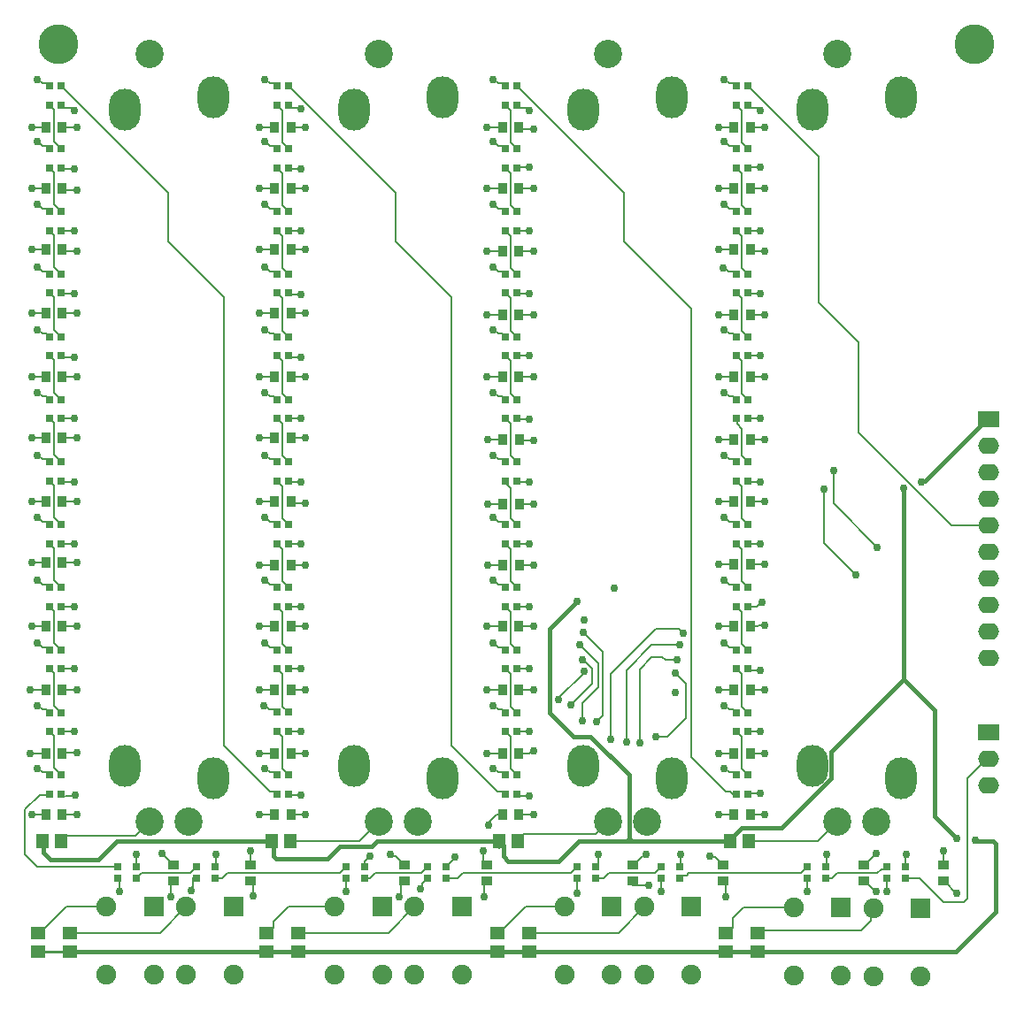
<source format=gtl>
G04*
G04 #@! TF.GenerationSoftware,Altium Limited,Altium Designer,24.7.2 (38)*
G04*
G04 Layer_Physical_Order=1*
G04 Layer_Color=255*
%FSLAX44Y44*%
%MOMM*%
G71*
G04*
G04 #@! TF.SameCoordinates,4798D7E4-1403-4A70-8607-6B62460FE5A0*
G04*
G04*
G04 #@! TF.FilePolarity,Positive*
G04*
G01*
G75*
%ADD11C,0.2540*%
%ADD14R,1.4700X1.1600*%
%ADD15R,1.1600X1.4700*%
%ADD16R,0.9800X0.9300*%
%ADD17R,0.9300X0.9800*%
%ADD18R,0.7000X0.7000*%
%ADD19R,0.7000X0.7000*%
%ADD34C,0.1524*%
%ADD35C,0.3810*%
%ADD36C,0.5080*%
%ADD37O,3.0000X4.0000*%
%ADD38C,2.7000*%
%ADD39C,1.9000*%
%ADD40R,1.9000X1.9000*%
%ADD41O,2.0000X1.6000*%
%ADD42R,2.0000X1.6000*%
%ADD43C,0.7620*%
%ADD44C,3.8100*%
D11*
X55880Y-913140D02*
X58420D01*
X25400D02*
X55880D01*
D14*
X25400Y-895340D02*
D03*
Y-913140D02*
D03*
X713740D02*
D03*
Y-895340D02*
D03*
X683260Y-913140D02*
D03*
Y-895340D02*
D03*
X274320Y-913140D02*
D03*
Y-895340D02*
D03*
X55880Y-913140D02*
D03*
Y-895340D02*
D03*
X464820Y-913140D02*
D03*
Y-895340D02*
D03*
X243840Y-913140D02*
D03*
Y-895340D02*
D03*
X495300Y-913140D02*
D03*
Y-895340D02*
D03*
D15*
X483880Y-807720D02*
D03*
X466080D02*
D03*
X266700D02*
D03*
X248900D02*
D03*
X704860D02*
D03*
X687060D02*
D03*
X47000D02*
D03*
X29200D02*
D03*
D16*
X154940Y-845900D02*
D03*
Y-830500D02*
D03*
X228600Y-845900D02*
D03*
Y-830500D02*
D03*
X375920Y-845900D02*
D03*
Y-830500D02*
D03*
X454660Y-845900D02*
D03*
Y-830500D02*
D03*
X594360Y-845900D02*
D03*
Y-830500D02*
D03*
X680720Y-845900D02*
D03*
Y-830500D02*
D03*
X815340Y-845900D02*
D03*
Y-830500D02*
D03*
X891540Y-845900D02*
D03*
Y-830500D02*
D03*
D17*
X251380Y-782320D02*
D03*
X266780D02*
D03*
X251380Y-723900D02*
D03*
X266780D02*
D03*
X251380Y-601980D02*
D03*
X266780D02*
D03*
X251380Y-662940D02*
D03*
X266780D02*
D03*
X251380Y-543560D02*
D03*
X266780D02*
D03*
X251380Y-482600D02*
D03*
X266780D02*
D03*
X251380Y-302260D02*
D03*
X266780D02*
D03*
X251380Y-363220D02*
D03*
X266780D02*
D03*
X251380Y-241300D02*
D03*
X266780D02*
D03*
X251380Y-182880D02*
D03*
X266780D02*
D03*
X251380Y-124460D02*
D03*
X266780D02*
D03*
X251380Y-421640D02*
D03*
X266780D02*
D03*
X706200Y-482600D02*
D03*
X690800D02*
D03*
X706200Y-542290D02*
D03*
X690800D02*
D03*
X469740Y-782320D02*
D03*
X485140D02*
D03*
X469740Y-723900D02*
D03*
X485140D02*
D03*
X469740Y-662940D02*
D03*
X485140D02*
D03*
X469740Y-601980D02*
D03*
X485140D02*
D03*
X469820Y-485140D02*
D03*
X485220D02*
D03*
X469820Y-543560D02*
D03*
X485220D02*
D03*
X690800Y-782320D02*
D03*
X706200D02*
D03*
X690800Y-723900D02*
D03*
X706200D02*
D03*
Y-363220D02*
D03*
X690800D02*
D03*
X706200Y-303530D02*
D03*
X690800D02*
D03*
X706200Y-241300D02*
D03*
X690800D02*
D03*
X706200Y-182880D02*
D03*
X690800D02*
D03*
X706200Y-124460D02*
D03*
X690800D02*
D03*
X706200Y-422910D02*
D03*
X690800D02*
D03*
X469740Y-303530D02*
D03*
X485140D02*
D03*
X469820Y-422910D02*
D03*
X485220D02*
D03*
X469740Y-363220D02*
D03*
X485140D02*
D03*
X469740Y-242570D02*
D03*
X485140D02*
D03*
X469740Y-182880D02*
D03*
X485140D02*
D03*
X469740Y-124460D02*
D03*
X485140D02*
D03*
X690800Y-601980D02*
D03*
X706200D02*
D03*
X690800Y-662940D02*
D03*
X706200D02*
D03*
X48260Y-723900D02*
D03*
X32860D02*
D03*
Y-662940D02*
D03*
X48260D02*
D03*
X32860Y-601980D02*
D03*
X48260D02*
D03*
X32860Y-782320D02*
D03*
X48260D02*
D03*
X32860Y-541020D02*
D03*
X48260D02*
D03*
X32860Y-482600D02*
D03*
X48260D02*
D03*
X32860Y-363220D02*
D03*
X48260D02*
D03*
X32860Y-302260D02*
D03*
X48260D02*
D03*
X32860Y-421640D02*
D03*
X48260D02*
D03*
X32860Y-241300D02*
D03*
X48260D02*
D03*
X32860Y-182880D02*
D03*
X48260D02*
D03*
X32860Y-124460D02*
D03*
X48260D02*
D03*
D18*
X254000Y-744468D02*
D03*
X265000D02*
D03*
Y-762768D02*
D03*
X254000D02*
D03*
X472440Y-744468D02*
D03*
X483440D02*
D03*
Y-762768D02*
D03*
X472440D02*
D03*
X253580Y-702570D02*
D03*
X264580D02*
D03*
Y-684270D02*
D03*
X253580D02*
D03*
X254000Y-624534D02*
D03*
X265000D02*
D03*
Y-642834D02*
D03*
X254000D02*
D03*
X472440Y-702801D02*
D03*
X483440D02*
D03*
Y-684501D02*
D03*
X472440D02*
D03*
Y-624534D02*
D03*
X483440D02*
D03*
Y-642834D02*
D03*
X472440D02*
D03*
Y-582867D02*
D03*
X483440D02*
D03*
Y-564567D02*
D03*
X472440D02*
D03*
X254000Y-582867D02*
D03*
X265000D02*
D03*
Y-564567D02*
D03*
X254000D02*
D03*
Y-504600D02*
D03*
X265000D02*
D03*
Y-522900D02*
D03*
X254000D02*
D03*
X472440Y-504600D02*
D03*
X483440D02*
D03*
Y-522900D02*
D03*
X472440D02*
D03*
Y-384665D02*
D03*
X483440D02*
D03*
Y-402966D02*
D03*
X472440D02*
D03*
Y-342998D02*
D03*
X483440D02*
D03*
Y-324698D02*
D03*
X472440D02*
D03*
Y-264731D02*
D03*
X483440D02*
D03*
Y-283031D02*
D03*
X472440D02*
D03*
X254000Y-264731D02*
D03*
X265000D02*
D03*
Y-283031D02*
D03*
X254000D02*
D03*
Y-384665D02*
D03*
X265000D02*
D03*
Y-402966D02*
D03*
X254000D02*
D03*
Y-342998D02*
D03*
X265000D02*
D03*
Y-324698D02*
D03*
X254000D02*
D03*
Y-223064D02*
D03*
X265000D02*
D03*
Y-204764D02*
D03*
X254000D02*
D03*
X472440Y-223064D02*
D03*
X483440D02*
D03*
Y-204764D02*
D03*
X472440D02*
D03*
X254000Y-462933D02*
D03*
X265000D02*
D03*
Y-444633D02*
D03*
X254000D02*
D03*
X693420Y-582867D02*
D03*
X704420D02*
D03*
Y-564567D02*
D03*
X693420D02*
D03*
Y-504600D02*
D03*
X704420D02*
D03*
Y-522900D02*
D03*
X693420D02*
D03*
Y-744468D02*
D03*
X704420D02*
D03*
Y-762768D02*
D03*
X693420D02*
D03*
Y-702801D02*
D03*
X704420D02*
D03*
Y-684501D02*
D03*
X693420D02*
D03*
Y-624534D02*
D03*
X704420D02*
D03*
Y-642834D02*
D03*
X693420D02*
D03*
Y-384665D02*
D03*
X704420D02*
D03*
Y-402966D02*
D03*
X693420D02*
D03*
Y-264731D02*
D03*
X704420D02*
D03*
Y-283031D02*
D03*
X693420D02*
D03*
Y-342998D02*
D03*
X704420D02*
D03*
Y-324698D02*
D03*
X693420D02*
D03*
Y-163097D02*
D03*
X704420D02*
D03*
Y-144797D02*
D03*
X693420D02*
D03*
Y-223064D02*
D03*
X704420D02*
D03*
Y-204764D02*
D03*
X693420D02*
D03*
Y-103130D02*
D03*
X704420D02*
D03*
Y-84830D02*
D03*
X693420D02*
D03*
Y-462933D02*
D03*
X704420D02*
D03*
Y-444633D02*
D03*
X693420D02*
D03*
X472440Y-462933D02*
D03*
X483440D02*
D03*
Y-444633D02*
D03*
X472440D02*
D03*
Y-163097D02*
D03*
X483440D02*
D03*
Y-144797D02*
D03*
X472440D02*
D03*
Y-103130D02*
D03*
X483440D02*
D03*
Y-84830D02*
D03*
X472440D02*
D03*
X36410Y-702801D02*
D03*
X47410D02*
D03*
Y-684501D02*
D03*
X36410D02*
D03*
Y-624534D02*
D03*
X47410D02*
D03*
Y-642834D02*
D03*
X36410D02*
D03*
Y-744468D02*
D03*
X47410D02*
D03*
Y-762768D02*
D03*
X36410D02*
D03*
Y-582867D02*
D03*
X47410D02*
D03*
Y-564567D02*
D03*
X36410D02*
D03*
Y-504600D02*
D03*
X47410D02*
D03*
Y-522900D02*
D03*
X36410D02*
D03*
Y-384665D02*
D03*
X47410D02*
D03*
Y-402966D02*
D03*
X36410D02*
D03*
Y-342998D02*
D03*
X47410D02*
D03*
Y-324698D02*
D03*
X36410D02*
D03*
Y-264731D02*
D03*
X47410D02*
D03*
Y-283031D02*
D03*
X36410D02*
D03*
Y-223064D02*
D03*
X47410D02*
D03*
Y-204764D02*
D03*
X36410D02*
D03*
Y-163097D02*
D03*
X47410D02*
D03*
Y-144797D02*
D03*
X36410D02*
D03*
Y-103130D02*
D03*
X47410D02*
D03*
Y-84830D02*
D03*
X36410D02*
D03*
X254000Y-163097D02*
D03*
X265000D02*
D03*
Y-144797D02*
D03*
X254000D02*
D03*
Y-103130D02*
D03*
X265000D02*
D03*
Y-84830D02*
D03*
X254000D02*
D03*
X36410Y-462933D02*
D03*
X47410D02*
D03*
Y-444633D02*
D03*
X36410D02*
D03*
D19*
X639070Y-843275D02*
D03*
Y-832275D02*
D03*
X620770D02*
D03*
Y-843275D02*
D03*
X415550D02*
D03*
Y-832275D02*
D03*
X397250D02*
D03*
Y-843275D02*
D03*
X194570D02*
D03*
Y-832275D02*
D03*
X176270D02*
D03*
Y-843275D02*
D03*
X101080D02*
D03*
Y-832275D02*
D03*
X119380D02*
D03*
Y-843275D02*
D03*
X319520D02*
D03*
Y-832275D02*
D03*
X337820D02*
D03*
Y-843275D02*
D03*
X540500D02*
D03*
Y-832275D02*
D03*
X558800D02*
D03*
Y-843275D02*
D03*
X760470D02*
D03*
Y-832275D02*
D03*
X778770D02*
D03*
Y-843275D02*
D03*
X854970D02*
D03*
Y-832275D02*
D03*
X836670D02*
D03*
Y-843275D02*
D03*
D34*
X47000Y-807678D02*
X52038Y-802640D01*
X118150D02*
X132040Y-788750D01*
X52038Y-802640D02*
X118150D01*
X47000Y-807720D02*
Y-807678D01*
X371862Y-826692D02*
X375920D01*
X361950Y-820420D02*
X363116Y-821586D01*
X366756D02*
X371862Y-826692D01*
X363116Y-821586D02*
X366756D01*
X560070Y-831772D02*
X561340Y-830502D01*
Y-820420D01*
X603524Y-821586D02*
X605894D01*
X598170Y-826940D02*
X603524Y-821586D01*
X605894D02*
X607060Y-820420D01*
X640080Y-831772D02*
Y-820420D01*
X815510Y-845820D02*
X825670Y-855980D01*
X826770D01*
Y-819320D02*
Y-819150D01*
X815340Y-826692D02*
X819398D01*
X826770Y-819320D01*
X854710Y-823340D02*
X855980Y-822070D01*
X854710Y-831772D02*
Y-823340D01*
X855980Y-822070D02*
Y-820420D01*
X899160Y-505460D02*
X934720D01*
X810260Y-416560D02*
X899160Y-505460D01*
X810260Y-416560D02*
Y-330200D01*
X337820Y-831772D02*
Y-826770D01*
X342900Y-821690D01*
X332357Y-807720D02*
X351327Y-788750D01*
X266700Y-807720D02*
X332357D01*
X143510Y-819320D02*
X150882Y-826692D01*
X143510Y-819320D02*
Y-819150D01*
X150882Y-826692D02*
X154940D01*
X119380Y-830502D02*
Y-820420D01*
X195580Y-830502D02*
Y-820420D01*
X228600Y-826692D02*
Y-816610D01*
X450850Y-826692D02*
Y-816610D01*
X416560Y-831265D02*
X424180Y-823645D01*
X416560Y-833042D02*
Y-831265D01*
X424180Y-823645D02*
Y-822960D01*
X676740Y-826770D02*
X683338D01*
X669186Y-822856D02*
X672826D01*
X668020Y-821690D02*
X669186Y-822856D01*
X672826D02*
X676740Y-826770D01*
X779780Y-830502D02*
Y-820420D01*
X714630Y-107950D02*
X716280D01*
X706198Y-105410D02*
X706656Y-105868D01*
X712549D01*
X714630Y-107950D01*
X710008Y-124460D02*
X720090D01*
X706198Y-162560D02*
X716280D01*
X710008Y-182880D02*
X720090D01*
X706198Y-223520D02*
X716280D01*
X710008Y-242570D02*
X720090D01*
X706198Y-283210D02*
X716280D01*
X710008Y-303530D02*
X720090D01*
X706198Y-342900D02*
X716280D01*
X710008Y-363220D02*
X720090D01*
X706198Y-402590D02*
X716280D01*
X710008Y-422910D02*
X720090D01*
X706198Y-463550D02*
X716280D01*
X710008Y-482600D02*
X720090D01*
X706198Y-523240D02*
X716280D01*
X710008Y-542290D02*
X720090D01*
X704928Y-582930D02*
X712739D01*
X716549Y-579120D01*
X717550D01*
X708738Y-601980D02*
X713232D01*
X719582Y-601218D02*
X720090Y-600710D01*
X713994Y-601218D02*
X719582D01*
X713232Y-601980D02*
X713994Y-601218D01*
X706198Y-643890D02*
X716280D01*
X710038Y-662940D02*
X720090D01*
X706198Y-702310D02*
X716280D01*
X710008Y-723900D02*
X720090D01*
X706198Y-762000D02*
X716280D01*
X710008Y-782320D02*
X720090D01*
X493650Y-107950D02*
X495300D01*
X483948Y-105410D02*
X484406Y-105868D01*
X491568D01*
X493650Y-107950D01*
X489028Y-125730D02*
X499110D01*
X485218Y-162560D02*
X495300D01*
X489028Y-182880D02*
X499110D01*
X485218Y-224790D02*
Y-224480D01*
X486178Y-223520D01*
X495300D01*
X489028Y-242570D02*
X499110D01*
X486488Y-283210D02*
X495300D01*
X489028Y-303530D02*
X499110D01*
X485218Y-342900D02*
X495300D01*
X489028Y-363220D02*
X499110D01*
X485218Y-403860D02*
X495300D01*
X489028Y-424180D02*
X499110D01*
X485218Y-463550D02*
X495300D01*
X489028Y-485140D02*
X499110D01*
X485218Y-523240D02*
X495300D01*
X489028Y-543560D02*
X499110D01*
X483948Y-582930D02*
X495300D01*
X487758Y-601980D02*
X499110D01*
X485218Y-642620D02*
X495300D01*
X487758Y-662940D02*
X499110D01*
X485218Y-702310D02*
X495300D01*
X497460Y-721360D02*
X499110D01*
X494920Y-723900D02*
X497460Y-721360D01*
X489028Y-723900D02*
X494920D01*
X483948Y-764540D02*
X495300D01*
X482678Y-763270D02*
X483948Y-764540D01*
X457096Y-791314D02*
Y-788774D01*
X463550Y-782320D01*
X455930Y-792480D02*
X457096Y-791314D01*
X489028Y-782320D02*
X499110D01*
X266778Y-104908D02*
X267738Y-105868D01*
X276048D02*
X276860Y-106680D01*
X266778Y-104908D02*
Y-104140D01*
X267738Y-105868D02*
X276048D01*
X265000Y-84830D02*
X367450Y-187280D01*
Y-233680D02*
Y-187280D01*
X270588Y-124460D02*
X280670D01*
X266778Y-163830D02*
X276860D01*
X270588Y-182880D02*
X280670D01*
X266778Y-223520D02*
X276860D01*
X270588Y-241300D02*
X280670D01*
X266778Y-284480D02*
X276860D01*
X270588Y-302260D02*
X280670D01*
X266778Y-344170D02*
X276860D01*
X270588Y-363220D02*
X280670D01*
X266778Y-402590D02*
X276860D01*
X270588Y-421640D02*
X280670D01*
X266778Y-463550D02*
X276860D01*
X270588Y-483870D02*
X280670D01*
X266778Y-523240D02*
X276860D01*
X270588Y-543560D02*
X280670D01*
X266778Y-582930D02*
X276860D01*
X270588Y-601980D02*
X280670D01*
X266778Y-642620D02*
X276860D01*
X270588Y-662940D02*
X280670D01*
X266778Y-702310D02*
X276860D01*
X270588Y-723900D02*
X280670D01*
X266778Y-763270D02*
X276860D01*
X270588Y-782320D02*
X280670D01*
X49608Y-105410D02*
X50066Y-105868D01*
X55958D01*
X58040Y-107950D01*
X59690D01*
X149860Y-233680D02*
Y-187280D01*
X47410Y-84830D02*
X149860Y-187280D01*
X52148Y-124460D02*
X62230D01*
X49608Y-163830D02*
X59690D01*
X52148Y-184150D02*
X62230D01*
X49608Y-223520D02*
X59690D01*
X52148Y-242570D02*
X62230D01*
X49608Y-283210D02*
X59690D01*
X52148Y-302260D02*
X62230D01*
X49608Y-344170D02*
X59690D01*
X52148Y-363220D02*
X62230D01*
X49608Y-402590D02*
X59690D01*
X52148Y-421640D02*
X62230D01*
X49608Y-463550D02*
X59690D01*
X52148Y-482600D02*
X62230D01*
X49608Y-523240D02*
X59690D01*
X52148Y-541020D02*
X62230D01*
X49608Y-582930D02*
X59690D01*
X52148Y-601980D02*
X62230D01*
X49608Y-642620D02*
X59690D01*
X52148Y-662940D02*
X62230D01*
X49887Y-702659D02*
X59969D01*
X52427Y-722979D02*
X62509D01*
X51038Y-781210D02*
Y-779452D01*
Y-781210D02*
X52148Y-782320D01*
X62230D01*
X28972D02*
X30146Y-781146D01*
Y-781045D01*
X19050Y-782320D02*
X28972D01*
X12700Y-820420D02*
X24555Y-832275D01*
X12700Y-820420D02*
Y-777240D01*
X26437Y-763503D01*
X35675D01*
X51038Y-764212D02*
X60018D01*
X60960Y-763270D01*
X488918Y-801132D02*
X558231D01*
X570613Y-788750D01*
X483880Y-806170D02*
X488918Y-801132D01*
X483880Y-807720D02*
Y-806170D01*
X546100Y-692150D02*
Y-675640D01*
X24555Y-832275D02*
X101080D01*
X689610Y-881130D02*
X699750Y-870990D01*
X748030D01*
X684810Y-895340D02*
X689610Y-890540D01*
Y-881130D01*
X50864Y-916606D02*
X56417D01*
X704860Y-807720D02*
X770930D01*
X789900Y-788750D01*
X693420Y-103130D02*
X698500Y-108210D01*
Y-138877D02*
Y-108210D01*
Y-138877D02*
X704420Y-144797D01*
X698500Y-198844D02*
Y-168177D01*
X693420Y-163097D02*
X698500Y-168177D01*
Y-198844D02*
X704420Y-204764D01*
X698500Y-258811D02*
Y-228144D01*
Y-258811D02*
X704420Y-264731D01*
X693420Y-223064D02*
X698500Y-228144D01*
X693420Y-283031D02*
X698500Y-288111D01*
Y-318778D02*
X704420Y-324698D01*
X698500Y-318778D02*
Y-288111D01*
X693420Y-402966D02*
X693609Y-403154D01*
Y-407859D02*
X698500Y-412750D01*
X693609Y-407859D02*
Y-403154D01*
X698500Y-438713D02*
Y-412750D01*
Y-378745D02*
Y-348078D01*
X693420Y-342998D02*
X698500Y-348078D01*
Y-378745D02*
X704420Y-384665D01*
X698500Y-438713D02*
X704420Y-444633D01*
X698500Y-498680D02*
X704420Y-504600D01*
X693420Y-462933D02*
X698500Y-468013D01*
Y-498680D02*
Y-468013D01*
X693420Y-522900D02*
X698500Y-527980D01*
Y-558647D02*
X704420Y-564567D01*
X698500Y-558647D02*
Y-527980D01*
Y-618614D02*
Y-587947D01*
Y-618614D02*
X704420Y-624534D01*
X693420Y-582867D02*
X698500Y-587947D01*
Y-678581D02*
X704420Y-684501D01*
X693420Y-642834D02*
X698500Y-647914D01*
Y-678581D02*
Y-647914D01*
Y-738548D02*
Y-707881D01*
X693420Y-702801D02*
X698500Y-707881D01*
Y-738548D02*
X704420Y-744468D01*
X477520Y-138877D02*
Y-108210D01*
X472440Y-103130D02*
X477520Y-108210D01*
Y-138877D02*
X483440Y-144797D01*
X472440Y-163097D02*
X477520Y-168177D01*
Y-198844D02*
X483440Y-204764D01*
X477520Y-198844D02*
Y-168177D01*
X472440Y-223064D02*
X477520Y-228144D01*
Y-258811D02*
X483440Y-264731D01*
X477520Y-258811D02*
Y-228144D01*
Y-318778D02*
Y-288111D01*
X472440Y-283031D02*
X477520Y-288111D01*
Y-318778D02*
X483440Y-324698D01*
X477520Y-378745D02*
Y-348078D01*
X472440Y-342998D02*
X477520Y-348078D01*
Y-378745D02*
X483440Y-384665D01*
X472440Y-402966D02*
X477520Y-408046D01*
Y-438713D02*
X483440Y-444633D01*
X477520Y-438713D02*
Y-408046D01*
X472440Y-464820D02*
X477520Y-469900D01*
Y-498680D02*
Y-469900D01*
Y-498680D02*
X483440Y-504600D01*
X477520Y-558647D02*
X483440Y-564567D01*
X472440Y-522900D02*
X477520Y-527980D01*
Y-558647D02*
Y-527980D01*
Y-618614D02*
X483440Y-624534D01*
X472440Y-582867D02*
X477520Y-587947D01*
Y-618614D02*
Y-587947D01*
X472440Y-642834D02*
X477520Y-647914D01*
Y-678581D02*
X483440Y-684501D01*
X477520Y-678581D02*
Y-647914D01*
Y-738548D02*
X483440Y-744468D01*
X472440Y-702801D02*
X477520Y-707881D01*
Y-738548D02*
Y-707881D01*
X254000Y-103130D02*
X259080Y-108210D01*
Y-138877D02*
X265000Y-144797D01*
X259080Y-138877D02*
Y-108210D01*
X254000Y-163097D02*
X259080Y-168177D01*
Y-198844D02*
X265000Y-204764D01*
X259080Y-198844D02*
Y-168177D01*
Y-258811D02*
X265000Y-264731D01*
X254000Y-223064D02*
X259080Y-228144D01*
Y-258811D02*
Y-228144D01*
Y-318778D02*
X265000Y-324698D01*
X254000Y-283031D02*
X259080Y-288111D01*
Y-318778D02*
Y-288111D01*
Y-378745D02*
X265000Y-384665D01*
X254000Y-342998D02*
X259080Y-348078D01*
Y-378745D02*
Y-348078D01*
X254000Y-402966D02*
X259080Y-408046D01*
Y-438713D02*
X265000Y-444633D01*
X259080Y-438713D02*
Y-408046D01*
Y-498680D02*
Y-468013D01*
X254000Y-462933D02*
X259080Y-468013D01*
Y-498680D02*
X265000Y-504600D01*
X254000Y-522900D02*
X259080Y-527980D01*
Y-558647D02*
Y-527980D01*
Y-558647D02*
X265000Y-564567D01*
X259080Y-618614D02*
X265000Y-624534D01*
X254000Y-582867D02*
X259080Y-587947D01*
Y-618614D02*
Y-587947D01*
Y-678770D02*
Y-647914D01*
X254000Y-642834D02*
X259080Y-647914D01*
Y-678770D02*
X264580Y-684270D01*
X253580Y-702570D02*
X259080Y-708070D01*
Y-738548D02*
Y-708070D01*
Y-738548D02*
X265000Y-744468D01*
X566425Y-843275D02*
X571500Y-838200D01*
X614845D02*
X620770Y-832275D01*
X571500Y-838200D02*
X614845D01*
X431800D02*
X534575D01*
X426725Y-843275D02*
X431800Y-838200D01*
X534575D02*
X540500Y-832275D01*
X342905Y-843275D02*
X347980Y-838200D01*
X391325D02*
X397250Y-832275D01*
X347980Y-838200D02*
X391325D01*
X313595D02*
X319520Y-832275D01*
X201527Y-843275D02*
X206602Y-838200D01*
X313595D01*
X119380Y-843275D02*
X124455Y-838200D01*
X170345D02*
X176270Y-832275D01*
X124455Y-838200D02*
X170345D01*
X40640Y-737698D02*
X47410Y-744468D01*
X36410Y-702801D02*
X40640Y-707031D01*
Y-737698D02*
Y-707031D01*
Y-138027D02*
Y-107360D01*
X36410Y-103130D02*
X40640Y-107360D01*
Y-138027D02*
X47410Y-144797D01*
X36410Y-163097D02*
X40640Y-167327D01*
Y-197994D02*
X47410Y-204764D01*
X40640Y-197994D02*
Y-167327D01*
Y-257961D02*
X47410Y-264731D01*
X36410Y-223064D02*
X40640Y-227294D01*
Y-257961D02*
Y-227294D01*
X36410Y-283031D02*
X40640Y-287261D01*
Y-317928D02*
Y-287261D01*
Y-317928D02*
X47410Y-324698D01*
X40640Y-377896D02*
Y-347228D01*
X36410Y-342998D02*
X40640Y-347228D01*
Y-377896D02*
X47410Y-384665D01*
X36410Y-402966D02*
X40640Y-407196D01*
Y-437863D02*
X47410Y-444633D01*
X40640Y-437863D02*
Y-407196D01*
Y-497830D02*
Y-467163D01*
X36410Y-462933D02*
X40640Y-467163D01*
Y-497830D02*
X47410Y-504600D01*
X36410Y-522900D02*
X40640Y-527130D01*
Y-557797D02*
X47410Y-564567D01*
X40640Y-557797D02*
Y-527130D01*
X36410Y-582867D02*
X40640Y-587097D01*
Y-617764D02*
X47410Y-624534D01*
X40640Y-617764D02*
Y-587097D01*
X36410Y-642834D02*
X40640Y-647064D01*
Y-677731D02*
X47410Y-684501D01*
X40640Y-677731D02*
Y-647064D01*
X647700Y-838200D02*
X754545D01*
X645363Y-840537D02*
X647700Y-838200D01*
X754545D02*
X760470Y-832275D01*
X641808Y-840537D02*
X645363D01*
X831777Y-834463D02*
X834482D01*
X789940Y-838200D02*
X828040D01*
X834482Y-834463D02*
X836670Y-832275D01*
X828040Y-838200D02*
X831777Y-834463D01*
X784865Y-843275D02*
X789940Y-838200D01*
X891540Y-830500D02*
Y-816610D01*
X903140Y-857250D02*
X904240D01*
X892476Y-846586D02*
X903140Y-857250D01*
X914400Y-862330D02*
Y-747300D01*
X910590Y-866140D02*
X914400Y-862330D01*
Y-747300D02*
X932720Y-728980D01*
X891540Y-866140D02*
X910590D01*
X854970Y-843275D02*
X868675D01*
X891540Y-866140D01*
X892476Y-846586D02*
Y-841473D01*
X932720Y-728980D02*
X934720D01*
X685901Y-82092D02*
X690682D01*
X682041Y-78232D02*
X685901Y-82092D01*
Y-142059D02*
X690682D01*
X682041Y-138199D02*
X685901Y-142059D01*
Y-202026D02*
X690682D01*
X682041Y-198166D02*
X685901Y-202026D01*
X685507Y-262596D02*
X690288D01*
X681647Y-258736D02*
X685507Y-262596D01*
X685901Y-321960D02*
X690682D01*
X682041Y-318100D02*
X685901Y-321960D01*
Y-381927D02*
X690682D01*
X682041Y-378068D02*
X685901Y-381927D01*
Y-441894D02*
X690682D01*
X682041Y-438035D02*
X685901Y-441894D01*
Y-501862D02*
X690682D01*
X682041Y-498002D02*
X685901Y-501862D01*
Y-561829D02*
X690682D01*
X682041Y-557969D02*
X685901Y-561829D01*
Y-621796D02*
X690682D01*
X682041Y-617936D02*
X685901Y-621796D01*
Y-681763D02*
X690682D01*
X682041Y-677903D02*
X685901Y-681763D01*
Y-741730D02*
X690682D01*
X682041Y-737870D02*
X685901Y-741730D01*
X464921D02*
X469702D01*
X461061Y-737870D02*
X464921Y-741730D01*
Y-681763D02*
X469702D01*
X461061Y-677903D02*
X464921Y-681763D01*
Y-621796D02*
X469702D01*
X461061Y-617936D02*
X464921Y-621796D01*
Y-561829D02*
X469702D01*
X461061Y-557969D02*
X464921Y-561829D01*
Y-501862D02*
X469702D01*
X461061Y-498002D02*
X464921Y-501862D01*
Y-441894D02*
X469702D01*
X461061Y-438035D02*
X464921Y-441894D01*
Y-381927D02*
X469702D01*
X461061Y-378068D02*
X464921Y-381927D01*
Y-321960D02*
X469702D01*
X461061Y-318100D02*
X464921Y-321960D01*
Y-261993D02*
X469702D01*
X461061Y-258133D02*
X464921Y-261993D01*
Y-202026D02*
X469702D01*
X461061Y-198166D02*
X464921Y-202026D01*
Y-142059D02*
X469702D01*
X461061Y-138199D02*
X464921Y-142059D01*
Y-82092D02*
X469702D01*
X461061Y-78232D02*
X464921Y-82092D01*
X246481D02*
X251262D01*
X242621Y-78232D02*
X246481Y-82092D01*
Y-142059D02*
X251262D01*
X242621Y-138199D02*
X246481Y-142059D01*
Y-202026D02*
X251262D01*
X242621Y-198166D02*
X246481Y-202026D01*
Y-261993D02*
X251262D01*
X242621Y-258133D02*
X246481Y-261993D01*
Y-321960D02*
X251262D01*
X242621Y-318100D02*
X246481Y-321960D01*
Y-381927D02*
X251262D01*
X242621Y-378068D02*
X246481Y-381927D01*
Y-441894D02*
X251262D01*
X242621Y-438035D02*
X246481Y-441894D01*
Y-501862D02*
X251262D01*
X242621Y-498002D02*
X246481Y-501862D01*
Y-561829D02*
X251262D01*
X242621Y-557969D02*
X246481Y-561829D01*
Y-621796D02*
X251262D01*
X242621Y-617936D02*
X246481Y-621796D01*
X246061Y-681532D02*
X250842D01*
X242201Y-677672D02*
X246061Y-681532D01*
X246481Y-741730D02*
X251262D01*
X242621Y-737870D02*
X246481Y-741730D01*
X25031Y-318100D02*
X28891Y-321960D01*
X33672D01*
X675720Y-124460D02*
X692433D01*
X675720Y-182880D02*
X692433D01*
X675720Y-241300D02*
X692433D01*
X675720Y-303530D02*
X692433D01*
X675720Y-363220D02*
X692433D01*
X675720Y-422910D02*
X692433D01*
X675720Y-482600D02*
X692433D01*
X675720Y-542290D02*
X692433D01*
X675720Y-601980D02*
X692433D01*
X675720Y-662940D02*
X692433D01*
X675720Y-723900D02*
X692433D01*
X675720Y-782320D02*
X692433D01*
X454660Y-124460D02*
X471373D01*
X454660Y-182880D02*
X471373D01*
X454660Y-242570D02*
X471373D01*
X454660Y-303530D02*
X471373D01*
X454660Y-363220D02*
X471373D01*
X454740Y-422910D02*
X471454D01*
X454740Y-485140D02*
X471454D01*
X454740Y-543560D02*
X471454D01*
X454660Y-601980D02*
X471373D01*
X454660Y-662940D02*
X471373D01*
X454660Y-723900D02*
X471373D01*
X463550Y-782320D02*
X471373D01*
X466454Y-814070D02*
X467724Y-812800D01*
X236300Y-124460D02*
X253013D01*
X236300Y-182880D02*
X253013D01*
X236300Y-241300D02*
X253013D01*
X236300Y-302260D02*
X253013D01*
X236300Y-363220D02*
X253013D01*
X236300Y-421640D02*
X253013D01*
X236300Y-482600D02*
X253013D01*
X236300Y-543560D02*
X253013D01*
X236300Y-601980D02*
X253013D01*
X236300Y-662940D02*
X253013D01*
X236300Y-723900D02*
X253013D01*
X236300Y-782320D02*
X253013D01*
X19050Y-124460D02*
X35763D01*
X19050Y-182880D02*
X35763D01*
X19050Y-241300D02*
X35763D01*
X19050Y-302260D02*
X35763D01*
X19050Y-363220D02*
X35763D01*
X19050Y-421640D02*
X35763D01*
X19050Y-482600D02*
X35763D01*
X19050Y-541020D02*
X35763D01*
X19050Y-601980D02*
X35763D01*
X17780Y-662940D02*
X34494D01*
X17780Y-723900D02*
X34494D01*
X25031Y-78232D02*
X28891Y-82092D01*
X33672D01*
X25031Y-138199D02*
X28891Y-142059D01*
X33672D01*
X25031Y-198166D02*
X28891Y-202026D01*
X33672D01*
X25031Y-258133D02*
X28891Y-261993D01*
X33672D01*
X25031Y-378068D02*
X28891Y-381927D01*
X33672D01*
X25031Y-438035D02*
X28891Y-441894D01*
X33672D01*
X25031Y-498002D02*
X28891Y-501862D01*
X33672D01*
X25031Y-557969D02*
X28891Y-561829D01*
X33672D01*
X25031Y-617936D02*
X28891Y-621796D01*
X33672D01*
X25031Y-677903D02*
X28891Y-681763D01*
X33672D01*
X28891Y-741730D02*
X33672D01*
X25031Y-737870D02*
X28891Y-741730D01*
X34295Y-742616D02*
Y-742353D01*
X33672Y-741730D02*
X34295Y-742353D01*
X24130Y-737870D02*
X25031D01*
X102536Y-855646D02*
Y-843275D01*
X152066Y-860726D02*
Y-848355D01*
X173532Y-842129D02*
X173656Y-842005D01*
X171450Y-854710D02*
Y-853060D01*
X173532Y-850978D02*
Y-842129D01*
X171450Y-853060D02*
X173532Y-850978D01*
X230806Y-859456D02*
Y-847085D01*
X320040Y-855980D02*
Y-842339D01*
X370840Y-861060D02*
X371782Y-860118D01*
Y-848349D02*
X373046Y-847085D01*
X371782Y-860118D02*
Y-848349D01*
X395906Y-844619D02*
Y-842005D01*
X392326Y-852274D02*
Y-848199D01*
X391160Y-853440D02*
X392326Y-852274D01*
Y-848199D02*
X395906Y-844619D01*
X451786Y-860726D02*
Y-848355D01*
X540686Y-856916D02*
Y-844545D01*
X591486Y-847085D02*
X594031Y-849630D01*
X609600D01*
X620696Y-855646D02*
Y-843275D01*
X682926Y-860726D02*
Y-848355D01*
X760396Y-855646D02*
Y-843275D01*
X836596Y-855646D02*
Y-843275D01*
Y-855646D02*
X836930Y-855980D01*
X239493Y-915937D02*
Y-914734D01*
X237252Y-918178D02*
X239493Y-915937D01*
X771990Y-291930D02*
Y-152400D01*
Y-291930D02*
X810260Y-330200D01*
X704420Y-84830D02*
X771990Y-152400D01*
X546100Y-675640D02*
X561340Y-660400D01*
Y-637540D01*
X543560Y-619760D02*
X561340Y-637540D01*
X534670Y-676910D02*
X554736Y-656844D01*
Y-642154D01*
X546312Y-633730D02*
X554736Y-642154D01*
X546521Y-607395D02*
X565404Y-626278D01*
Y-687183D02*
Y-626278D01*
X559460Y-693127D02*
X565404Y-687183D01*
X523240Y-670560D02*
X547370Y-646430D01*
Y-645160D01*
X546100Y-633730D02*
X546312D01*
X523240Y-671830D02*
Y-670560D01*
X641477Y-608249D02*
X642640D01*
X637748Y-604520D02*
X641477Y-608249D01*
X615950Y-604520D02*
X637748D01*
X572770Y-647700D02*
X615950Y-604520D01*
X572770Y-709930D02*
Y-647700D01*
X588010Y-712470D02*
Y-643890D01*
X612140Y-619760D01*
X638810D01*
X600397Y-713307D02*
Y-642933D01*
X612140Y-631190D01*
X622153D01*
X625028Y-634065D02*
X636690D01*
X622153Y-631190D02*
X625028Y-634065D01*
X627380Y-707390D02*
X645160Y-689610D01*
X615950Y-707390D02*
X627380D01*
X645160Y-689610D02*
Y-656590D01*
X635000Y-646430D02*
X645160Y-656590D01*
X650240Y-727290D02*
X682980Y-760030D01*
X650240Y-727290D02*
Y-298030D01*
X585890Y-233680D02*
X650240Y-298030D01*
X776905Y-522391D02*
Y-470321D01*
Y-522391D02*
X807385Y-552870D01*
X785795Y-484291D02*
X827705Y-526200D01*
X785795Y-484291D02*
Y-452541D01*
X822084Y-883526D02*
Y-873886D01*
X812800Y-892810D02*
X822084Y-883526D01*
Y-873886D02*
X824230Y-871740D01*
X713740Y-895340D02*
X716270Y-892810D01*
X812800D01*
X683260Y-895340D02*
X684810D01*
X580010D02*
X604880Y-870470D01*
X495300Y-895340D02*
X580010D01*
X466370D02*
X491240Y-870470D01*
X464820Y-895340D02*
X466370D01*
X491240Y-870470D02*
X528680D01*
X274320Y-895340D02*
X360300D01*
X385170Y-870470D01*
X250428Y-884952D02*
X264910Y-870470D01*
X308970D01*
X243840Y-895340D02*
X245390D01*
X250428Y-890302D01*
Y-884952D01*
X141860Y-895340D02*
X166730Y-870470D01*
X55880Y-895340D02*
X141860D01*
X25400D02*
X26950D01*
X51820Y-870470D01*
X90530D01*
X483440Y-84830D02*
X585890Y-187280D01*
Y-233680D02*
Y-187280D01*
X682980Y-760030D02*
X687292D01*
X690030Y-762768D01*
X420790Y-716280D02*
X464540Y-760030D01*
X420790Y-716280D02*
Y-287020D01*
X468852Y-760030D02*
X471590Y-762768D01*
X464540Y-760030D02*
X468852D01*
X367450Y-233680D02*
X420790Y-287020D01*
X149860Y-233680D02*
X203200Y-287020D01*
X246950Y-760030D02*
X251262D01*
X254000Y-762768D01*
X203200Y-716280D02*
Y-287020D01*
Y-716280D02*
X246950Y-760030D01*
X778770Y-843275D02*
X784865D01*
X639070D02*
X641808Y-840537D01*
X558800Y-843275D02*
X566425D01*
X415550D02*
X426725D01*
X337820D02*
X342905D01*
X194570D02*
X201527D01*
X35675Y-763503D02*
X36410Y-762768D01*
D35*
X853440Y-652780D02*
Y-469900D01*
X588010Y-807720D02*
X687060D01*
X902960Y-913140D02*
X941070Y-875030D01*
X713740Y-913140D02*
X902960D01*
X941070Y-875030D02*
Y-809952D01*
X683260Y-913140D02*
X713740D01*
X313690Y-812800D02*
X344170D01*
X349250Y-807720D02*
X466080D01*
X344170Y-812800D02*
X349250Y-807720D01*
X248900D02*
X250190Y-809010D01*
Y-821998D02*
X252422Y-824230D01*
X302260D01*
X250190Y-821998D02*
Y-809010D01*
X302260Y-824230D02*
X313690Y-812800D01*
X58420Y-913140D02*
X243840D01*
X514350Y-604520D02*
X541020Y-577850D01*
X514350Y-684530D02*
Y-604520D01*
X590550Y-805180D02*
X593090Y-807720D01*
X588010D02*
X590550Y-805180D01*
X542290Y-807720D02*
X588010D01*
X590550Y-805180D02*
Y-744220D01*
X514350Y-684530D02*
X537210Y-707390D01*
X553720D01*
X590550Y-744220D01*
X853440Y-652780D02*
X882650Y-681990D01*
Y-783590D02*
Y-681990D01*
Y-783590D02*
X904240Y-805180D01*
X938838Y-807720D02*
X941070Y-809952D01*
X922020Y-806450D02*
X923290Y-807720D01*
X938838D01*
X29200D02*
X29883Y-808403D01*
Y-818553D02*
X36830Y-825500D01*
X82550D01*
X29883Y-818553D02*
Y-808403D01*
X523240Y-826770D02*
X542290Y-807720D01*
X474980Y-826770D02*
X523240D01*
X469975Y-821765D02*
Y-811615D01*
X466080Y-807720D02*
X469975Y-811615D01*
Y-821765D02*
X474980Y-826770D01*
X100330Y-807720D02*
X248900D01*
X82550Y-825500D02*
X100330Y-807720D01*
X243840Y-913140D02*
X274320D01*
X464820D02*
X495300D01*
X274320D02*
X464820D01*
X495513D02*
X683260D01*
X736474Y-795020D02*
X783821Y-747673D01*
X687060Y-806170D02*
X698210Y-795020D01*
X736474D01*
X687060Y-807720D02*
Y-806170D01*
X783821Y-747673D02*
Y-722399D01*
X853440Y-652780D01*
X873759Y-462821D02*
X932720Y-403860D01*
X934720D01*
X47835Y-781895D02*
X48260Y-782320D01*
X47835Y-723475D02*
X48260Y-723900D01*
X47410Y-762768D02*
X47835Y-763193D01*
X47410Y-702801D02*
X47835Y-703226D01*
D36*
X813565Y-832275D02*
X815340Y-830500D01*
X890652Y-831387D02*
X891540Y-830500D01*
X854970Y-832275D02*
X855857Y-831387D01*
D37*
X412327Y-747250D02*
D03*
Y-95250D02*
D03*
X327327Y-735250D02*
D03*
Y-107250D02*
D03*
X850900Y-747250D02*
D03*
Y-95250D02*
D03*
X765900Y-735250D02*
D03*
Y-107250D02*
D03*
X546613D02*
D03*
Y-735250D02*
D03*
X631613Y-95250D02*
D03*
Y-747250D02*
D03*
X108040Y-107250D02*
D03*
Y-735250D02*
D03*
X193040Y-95250D02*
D03*
Y-747250D02*
D03*
D38*
X388327Y-788750D02*
D03*
X351327D02*
D03*
Y-53750D02*
D03*
X826900Y-788750D02*
D03*
X789900D02*
D03*
Y-53750D02*
D03*
X570613D02*
D03*
Y-788750D02*
D03*
X607613D02*
D03*
X132040Y-53750D02*
D03*
Y-788750D02*
D03*
X169040D02*
D03*
D39*
X385170Y-935470D02*
D03*
Y-870470D02*
D03*
X430170Y-935470D02*
D03*
X528680D02*
D03*
Y-870470D02*
D03*
X573680Y-935470D02*
D03*
X824230Y-936740D02*
D03*
Y-871740D02*
D03*
X869230Y-936740D02*
D03*
X748030Y-935990D02*
D03*
Y-870990D02*
D03*
X793030Y-935990D02*
D03*
X604880Y-935470D02*
D03*
Y-870470D02*
D03*
X649880Y-935470D02*
D03*
X166730D02*
D03*
Y-870470D02*
D03*
X211730Y-935470D02*
D03*
X308970D02*
D03*
Y-870470D02*
D03*
X353970Y-935470D02*
D03*
X90530D02*
D03*
Y-870470D02*
D03*
X135530Y-935470D02*
D03*
D40*
X430170Y-870470D02*
D03*
X573680D02*
D03*
X869230Y-871740D02*
D03*
X793030Y-870990D02*
D03*
X649880Y-870470D02*
D03*
X211730D02*
D03*
X353970D02*
D03*
X135530D02*
D03*
D41*
X934720Y-754380D02*
D03*
Y-728980D02*
D03*
Y-632460D02*
D03*
Y-607060D02*
D03*
Y-556260D02*
D03*
Y-581660D02*
D03*
Y-429260D02*
D03*
Y-454660D02*
D03*
Y-480060D02*
D03*
Y-530860D02*
D03*
Y-505460D02*
D03*
D42*
Y-703580D02*
D03*
Y-403860D02*
D03*
D43*
X576580Y-565150D02*
D03*
X361950Y-820420D02*
D03*
X561340D02*
D03*
X607060D02*
D03*
X640080D02*
D03*
X826770Y-855980D02*
D03*
Y-819150D02*
D03*
X855980Y-820420D02*
D03*
X853440Y-469900D02*
D03*
X869950Y-463550D02*
D03*
X342900Y-821690D02*
D03*
X143510Y-819150D02*
D03*
X119380Y-820420D02*
D03*
X195580D02*
D03*
X228600Y-816610D02*
D03*
X450850D02*
D03*
X424180Y-822960D02*
D03*
X668020Y-821690D02*
D03*
X779780Y-820420D02*
D03*
X716280Y-107950D02*
D03*
X720090Y-124460D02*
D03*
X716280Y-162560D02*
D03*
X720090Y-182880D02*
D03*
X716280Y-223520D02*
D03*
X720090Y-242570D02*
D03*
X716280Y-283210D02*
D03*
X720090Y-303530D02*
D03*
X716280Y-342900D02*
D03*
X720090Y-363220D02*
D03*
X716280Y-402590D02*
D03*
X720090Y-422910D02*
D03*
X716280Y-463550D02*
D03*
X720090Y-482600D02*
D03*
X716280Y-523240D02*
D03*
X720090Y-542290D02*
D03*
X717550Y-579120D02*
D03*
X720090Y-600710D02*
D03*
X716280Y-643890D02*
D03*
X720090Y-662940D02*
D03*
X716280Y-702310D02*
D03*
X720090Y-723900D02*
D03*
X716280Y-762000D02*
D03*
X720090Y-782320D02*
D03*
X495300Y-107950D02*
D03*
X499110Y-125730D02*
D03*
X495300Y-162560D02*
D03*
X499110Y-182880D02*
D03*
X495300Y-223520D02*
D03*
X499110Y-242570D02*
D03*
X495300Y-283210D02*
D03*
X499110Y-303530D02*
D03*
X495300Y-342900D02*
D03*
X499110Y-363220D02*
D03*
X495300Y-403860D02*
D03*
X499110Y-424180D02*
D03*
X495300Y-463550D02*
D03*
X499110Y-485140D02*
D03*
X495300Y-523240D02*
D03*
X499110Y-543560D02*
D03*
X495300Y-582930D02*
D03*
X499110Y-601980D02*
D03*
X495300Y-642620D02*
D03*
X499110Y-662940D02*
D03*
X495300Y-702310D02*
D03*
X499110Y-721360D02*
D03*
X495300Y-764540D02*
D03*
X455930Y-792480D02*
D03*
X499110Y-782320D02*
D03*
X276860Y-106680D02*
D03*
X280670Y-124460D02*
D03*
X276860Y-163830D02*
D03*
X280670Y-182880D02*
D03*
X276860Y-223520D02*
D03*
X280670Y-241300D02*
D03*
X276860Y-284480D02*
D03*
X280670Y-302260D02*
D03*
X276860Y-344170D02*
D03*
X280670Y-363220D02*
D03*
X276860Y-402590D02*
D03*
X280670Y-421640D02*
D03*
X276860Y-463550D02*
D03*
X280670Y-483870D02*
D03*
X276860Y-523240D02*
D03*
X280670Y-543560D02*
D03*
X276860Y-582930D02*
D03*
X280670Y-601980D02*
D03*
X276860Y-642620D02*
D03*
X280670Y-662940D02*
D03*
X276860Y-702310D02*
D03*
X280670Y-723900D02*
D03*
X276860Y-763270D02*
D03*
X280670Y-782320D02*
D03*
X59690Y-107950D02*
D03*
X62230Y-124460D02*
D03*
X59690Y-163830D02*
D03*
X62230Y-184150D02*
D03*
X59690Y-223520D02*
D03*
X62230Y-242570D02*
D03*
X59690Y-283210D02*
D03*
X62230Y-302260D02*
D03*
X59690Y-344170D02*
D03*
X62230Y-363220D02*
D03*
X59690Y-402590D02*
D03*
X62230Y-421640D02*
D03*
X59690Y-463550D02*
D03*
X62230Y-482600D02*
D03*
X59690Y-523240D02*
D03*
X62230Y-541020D02*
D03*
X59690Y-582930D02*
D03*
X62230Y-601980D02*
D03*
X59690Y-642620D02*
D03*
X62230Y-662940D02*
D03*
X541020Y-577850D02*
D03*
X59969Y-702659D02*
D03*
X62509Y-722979D02*
D03*
X62230Y-782320D02*
D03*
X19050D02*
D03*
X60960Y-763270D02*
D03*
X546100Y-692150D02*
D03*
X904240Y-805180D02*
D03*
X922020Y-806450D02*
D03*
X891540Y-816610D02*
D03*
X904240Y-857250D02*
D03*
X681140Y-78232D02*
D03*
Y-138199D02*
D03*
Y-198166D02*
D03*
X680746Y-258736D02*
D03*
X681140Y-318100D02*
D03*
Y-378068D02*
D03*
Y-438035D02*
D03*
Y-498002D02*
D03*
Y-557969D02*
D03*
Y-617936D02*
D03*
Y-677903D02*
D03*
Y-737870D02*
D03*
X460160D02*
D03*
Y-677903D02*
D03*
Y-617936D02*
D03*
Y-557969D02*
D03*
Y-498002D02*
D03*
Y-438035D02*
D03*
Y-378068D02*
D03*
Y-318100D02*
D03*
Y-258133D02*
D03*
Y-198166D02*
D03*
Y-138199D02*
D03*
Y-78232D02*
D03*
X241720D02*
D03*
Y-138199D02*
D03*
Y-198166D02*
D03*
Y-258133D02*
D03*
Y-318100D02*
D03*
Y-378068D02*
D03*
Y-438035D02*
D03*
Y-498002D02*
D03*
Y-557969D02*
D03*
Y-617936D02*
D03*
X241300Y-677672D02*
D03*
X241720Y-737870D02*
D03*
X24130Y-318100D02*
D03*
X675720Y-124460D02*
D03*
Y-182880D02*
D03*
Y-241300D02*
D03*
Y-303530D02*
D03*
Y-363220D02*
D03*
Y-422910D02*
D03*
Y-482600D02*
D03*
Y-542290D02*
D03*
Y-601980D02*
D03*
Y-662940D02*
D03*
Y-723900D02*
D03*
Y-782320D02*
D03*
X454660Y-124460D02*
D03*
Y-182880D02*
D03*
Y-242570D02*
D03*
Y-303530D02*
D03*
Y-363220D02*
D03*
X454740Y-422910D02*
D03*
Y-485140D02*
D03*
Y-543560D02*
D03*
X454660Y-601980D02*
D03*
Y-662940D02*
D03*
Y-723900D02*
D03*
X236300Y-124460D02*
D03*
Y-182880D02*
D03*
Y-241300D02*
D03*
Y-302260D02*
D03*
Y-363220D02*
D03*
Y-421640D02*
D03*
Y-482600D02*
D03*
Y-543560D02*
D03*
Y-601980D02*
D03*
Y-662940D02*
D03*
Y-723900D02*
D03*
Y-782320D02*
D03*
X19050Y-124460D02*
D03*
Y-182880D02*
D03*
Y-241300D02*
D03*
Y-302260D02*
D03*
Y-363220D02*
D03*
Y-421640D02*
D03*
Y-482600D02*
D03*
Y-541020D02*
D03*
Y-601980D02*
D03*
X17780Y-662940D02*
D03*
Y-723900D02*
D03*
X24130Y-78232D02*
D03*
Y-138199D02*
D03*
Y-198166D02*
D03*
Y-258133D02*
D03*
Y-378068D02*
D03*
Y-438035D02*
D03*
Y-498002D02*
D03*
Y-557969D02*
D03*
Y-617936D02*
D03*
Y-677903D02*
D03*
Y-737870D02*
D03*
X102870Y-855980D02*
D03*
X152400Y-861060D02*
D03*
X171450Y-854710D02*
D03*
X231140Y-859790D02*
D03*
X320040Y-855980D02*
D03*
X370840Y-861060D02*
D03*
X391160Y-853440D02*
D03*
X452120Y-861060D02*
D03*
X541020Y-857250D02*
D03*
X609600Y-849630D02*
D03*
X621030Y-855980D02*
D03*
X683260Y-861060D02*
D03*
X760730Y-855980D02*
D03*
X836930D02*
D03*
X547370Y-645160D02*
D03*
X642640Y-608249D02*
D03*
X785795Y-452541D02*
D03*
X827705Y-526200D02*
D03*
X807385Y-552870D02*
D03*
X776905Y-470321D02*
D03*
X547370Y-595630D02*
D03*
X635000Y-665480D02*
D03*
X636690Y-634065D02*
D03*
X638810Y-619760D02*
D03*
X635000Y-646430D02*
D03*
X546100Y-633730D02*
D03*
X543560Y-619760D02*
D03*
X546521Y-607395D02*
D03*
X615950Y-707390D02*
D03*
X600397Y-713307D02*
D03*
X588010Y-712470D02*
D03*
X572770Y-709930D02*
D03*
X559460Y-693127D02*
D03*
X534670Y-676910D02*
D03*
X523240Y-671830D02*
D03*
D44*
X920750Y-44450D02*
D03*
X44450D02*
D03*
M02*

</source>
